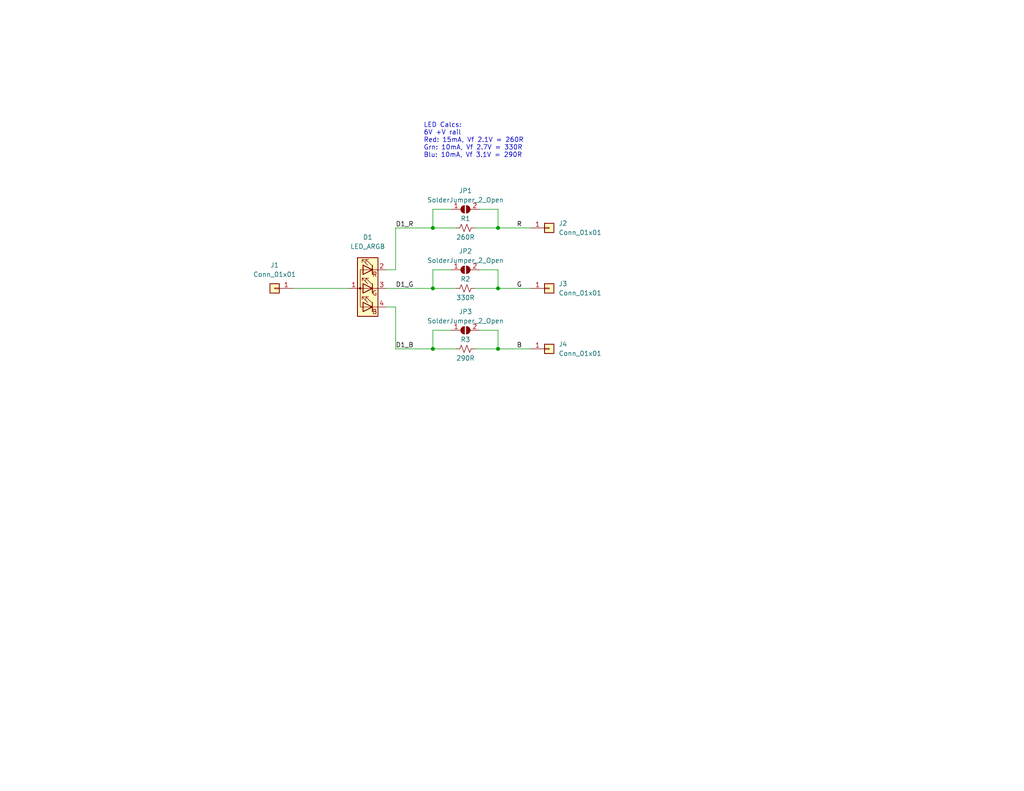
<source format=kicad_sch>
(kicad_sch (version 20230121) (generator eeschema)
  (paper "USLetter")
  (title_block (title "Cree CLMWB Demo") (date "2023-01-24") (rev "1"))
  (lib_symbols
    (symbol "Connector_Generic:Conn_01x01" (pin_names (offset 1.016) hide)
      (property "Reference" "J" (at 0 2.54 0))
      (property "Value" "Conn_01x01" (at 0 -2.54 0))
      (symbol "Conn_01x01_1_1"
        (rectangle (start -1.27 0.127) (end 0 -0.127) (stroke (width 0.1524)))
        (rectangle (start -1.27 1.27) (end 1.27 -1.27) (stroke (width 0.254)) (fill (type background)))
        (pin passive line (at -5.08 0 0) (length 3.81) (name "Pin_1") (number "1"))
      )
    )
    (symbol "Device:LED_ARGB" (pin_names (offset 0) hide)
      (property "Reference" "D" (at 0 9.398 0))
      (property "Value" "LED_ARGB" (at 0 -8.89 0))
      (symbol "LED_ARGB_0_0"
        (text "B" (at -1.905 -6.35 0) (effects (font (size 1.27 1.27))))
        (text "G" (at -1.905 -1.27 0) (effects (font (size 1.27 1.27))))
        (text "R" (at -1.905 3.81 0) (effects (font (size 1.27 1.27))))
      )
      (symbol "LED_ARGB_0_1"
        (polyline (pts (xy -1.27 -5.08) (xy -2.54 -5.08)))
        (polyline (pts (xy -1.27 -5.08) (xy 1.27 -5.08)))
        (polyline (pts (xy -1.27 -3.81) (xy -1.27 -6.35)) (stroke (width 0.254)))
        (polyline (pts (xy -1.27 0) (xy -2.54 0)))
        (polyline (pts (xy -1.27 1.27) (xy -1.27 -1.27)) (stroke (width 0.254)))
        (polyline (pts (xy -1.27 5.08) (xy -2.54 5.08)))
        (polyline (pts (xy -1.27 5.08) (xy 1.27 5.08)))
        (polyline (pts (xy -1.27 6.35) (xy -1.27 3.81)) (stroke (width 0.254)))
        (polyline (pts (xy 1.27 0) (xy -1.27 0)))
        (polyline (pts (xy 1.27 0) (xy 2.54 0)))
        (polyline (pts (xy -1.27 1.27) (xy -1.27 -1.27) (xy -1.27 -1.27)))
        (polyline (pts (xy -1.27 6.35) (xy -1.27 3.81) (xy -1.27 3.81)))
        (polyline (pts (xy 1.27 -5.08) (xy 2.032 -5.08) (xy 2.032 5.08) (xy 1.27 5.08)))
        (polyline (pts (xy 1.27 -3.81) (xy 1.27 -6.35) (xy -1.27 -5.08) (xy 1.27 -3.81)) (stroke (width 0.254)))
        (polyline (pts (xy 1.27 1.27) (xy 1.27 -1.27) (xy -1.27 0) (xy 1.27 1.27)) (stroke (width 0.254)))
        (polyline (pts (xy 1.27 6.35) (xy 1.27 3.81) (xy -1.27 5.08) (xy 1.27 6.35)) (stroke (width 0.254)))
        (polyline (pts (xy -1.016 -3.81) (xy 0.508 -2.286) (xy -0.254 -2.286) (xy 0.508 -2.286) (xy 0.508 -3.048)))
        (polyline (pts (xy -1.016 1.27) (xy 0.508 2.794) (xy -0.254 2.794) (xy 0.508 2.794) (xy 0.508 2.032)))
        (polyline (pts (xy -1.016 6.35) (xy 0.508 7.874) (xy -0.254 7.874) (xy 0.508 7.874) (xy 0.508 7.112)))
        (polyline (pts (xy 0 -3.81) (xy 1.524 -2.286) (xy 0.762 -2.286) (xy 1.524 -2.286) (xy 1.524 -3.048)))
        (polyline (pts (xy 0 1.27) (xy 1.524 2.794) (xy 0.762 2.794) (xy 1.524 2.794) (xy 1.524 2.032)))
        (polyline (pts (xy 0 6.35) (xy 1.524 7.874) (xy 0.762 7.874) (xy 1.524 7.874) (xy 1.524 7.112)))
        (rectangle (start 1.27 -1.27) (end 1.27 1.27))
        (rectangle (start 1.27 1.27) (end 1.27 1.27))
        (rectangle (start 1.27 3.81) (end 1.27 6.35))
        (rectangle (start 1.27 6.35) (end 1.27 6.35))
        (circle (center 2.032 0) (radius 0.254) (fill (type outline)))
        (rectangle (start 2.794 8.382) (end -2.794 -7.62) (stroke (width 0.254)) (fill (type background)))
      )
      (symbol "LED_ARGB_1_1"
        (pin passive line (at 5.08 0 180) (length 2.54) (name "A") (number "1"))
        (pin passive line (at -5.08 5.08 0) (length 2.54) (name "RK") (number "2"))
        (pin passive line (at -5.08 0 0) (length 2.54) (name "GK") (number "3"))
        (pin passive line (at -5.08 -5.08 0) (length 2.54) (name "BK") (number "4"))
      )
    )
    (symbol "Device:R_Small_US" (pin_numbers hide) (pin_names (offset 0.254) hide)
      (property "Reference" "R" (at 0.762 0.508 0))
      (property "Value" "R_Small_US" (at 0.762 -1.016 0))
      (symbol "R_Small_US_1_1"
        (polyline (pts (xy 0 0) (xy 1.016 -0.381) (xy 0 -0.762) (xy -1.016 -1.143) (xy 0 -1.524)))
        (polyline (pts (xy 0 1.524) (xy 1.016 1.143) (xy 0 0.762) (xy -1.016 0.381) (xy 0 0)))
        (pin passive line (at 0 2.54 270) (length 1.016) (name "~") (number "1"))
        (pin passive line (at 0 -2.54 90) (length 1.016) (name "~") (number "2"))
      )
    )
    (symbol "Jumper:SolderJumper_2_Open" (pin_names (offset 0) hide)
      (property "Reference" "JP" (at 0 2.032 0))
      (property "Value" "SolderJumper_2_Open" (at 0 -2.54 0))
      (symbol "SolderJumper_2_Open_0_1"
        (arc (start -0.254 1.016) (mid -1.2656 0) (end -0.254 -1.016))
        (arc (start -0.254 1.016) (mid -1.2656 0) (end -0.254 -1.016) (fill (type outline)))
        (polyline (pts (xy -0.254 1.016) (xy -0.254 -1.016)))
        (polyline (pts (xy 0.254 1.016) (xy 0.254 -1.016)))
        (arc (start 0.254 -1.016) (mid 1.2656 0) (end 0.254 1.016))
        (arc (start 0.254 -1.016) (mid 1.2656 0) (end 0.254 1.016) (fill (type outline)))
      )
      (symbol "SolderJumper_2_Open_1_1"
        (pin passive line (at -3.81 0 0) (length 2.54) (name "A") (number "1"))
        (pin passive line (at 3.81 0 180) (length 2.54) (name "B") (number "2"))
      )
    )
  )
  (junction (at 135.89 95.25))
  (junction (at 118.11 95.25))
  (junction (at 135.89 62.23))
  (junction (at 118.11 62.23))
  (junction (at 118.11 78.74))
  (junction (at 135.89 78.74))
  (wire (pts (xy 118.11 78.74) (xy 124.46 78.74)))
  (wire (pts (xy 80.01 78.74) (xy 95.25 78.74)))
  (wire (pts (xy 135.89 78.74) (xy 144.78 78.74)))
  (wire (pts (xy 135.89 62.23) (xy 144.78 62.23)))
  (wire (pts (xy 118.11 90.17) (xy 118.11 95.25)))
  (wire (pts (xy 107.95 83.82) (xy 107.95 95.25)))
  (wire (pts (xy 129.54 95.25) (xy 135.89 95.25)))
  (wire (pts (xy 129.54 78.74) (xy 135.89 78.74)))
  (wire (pts (xy 129.54 62.23) (xy 135.89 62.23)))
  (wire (pts (xy 107.95 73.66) (xy 107.95 62.23)))
  (wire (pts (xy 130.81 73.66) (xy 135.89 73.66)))
  (wire (pts (xy 123.19 90.17) (xy 118.11 90.17)))
  (wire (pts (xy 135.89 57.15) (xy 135.89 62.23)))
  (wire (pts (xy 105.41 73.66) (xy 107.95 73.66)))
  (wire (pts (xy 123.19 57.15) (xy 118.11 57.15)))
  (wire (pts (xy 118.11 95.25) (xy 124.46 95.25)))
  (wire (pts (xy 107.95 62.23) (xy 118.11 62.23)))
  (wire (pts (xy 135.89 73.66) (xy 135.89 78.74)))
  (wire (pts (xy 105.41 83.82) (xy 107.95 83.82)))
  (wire (pts (xy 107.95 95.25) (xy 118.11 95.25)))
  (wire (pts (xy 130.81 90.17) (xy 135.89 90.17)))
  (wire (pts (xy 130.81 57.15) (xy 135.89 57.15)))
  (wire (pts (xy 118.11 73.66) (xy 118.11 78.74)))
  (wire (pts (xy 118.11 62.23) (xy 124.46 62.23)))
  (wire (pts (xy 135.89 90.17) (xy 135.89 95.25)))
  (wire (pts (xy 118.11 57.15) (xy 118.11 62.23)))
  (wire (pts (xy 105.41 78.74) (xy 118.11 78.74)))
  (wire (pts (xy 123.19 73.66) (xy 118.11 73.66)))
  (wire (pts (xy 135.89 95.25) (xy 144.78 95.25)))
  (text "LED Calcs:\n6V +V rail\nRed: 15mA, Vf 2.1V = 260R\nGrn: 10mA, Vf 2.7V = 330R\nBlu: 10mA, Vf 3.1V = 290R" (at 115.57 43.18 0) (effects (font (size 1.27 1.27)) (justify left bottom)))
  (label "D1_G" (at 107.95 78.74 0))
  (label "R" (at 140.97 62.23 0))
  (label "G" (at 140.97 78.74 0))
  (label "D1_R" (at 107.95 62.23 0))
  (label "D1_B" (at 107.95 95.25 0))
  (label "B" (at 140.97 95.25 0))
  (symbol (lib_id "Connector_Generic:Conn_01x01") (at 149.86 95.25 0) (unit 1)
    (property "Reference" "J4" (at 152.4 93.9799 0) (effects (justify left)))
    (property "Value" "Conn_01x01" (at 152.4 96.5199 0) (effects (justify left)))
    (property "Footprint" "Connector_Wire:SolderWirePad_1x01_SMD_1x2mm" (effects hide))
  )
  (symbol (lib_id "Jumper:SolderJumper_2_Open") (at 127 90.17 0) (unit 1)
    (property "Reference" "JP3" (at 127 85.09 0))
    (property "Value" "SolderJumper_2_Open" (at 127 87.63 0))
    (property "Footprint" "Jumper:SolderJumper-2_P1.3mm_Open_RoundedPad1.0x1.5mm" (effects hide))
  )
  (symbol (lib_id "Connector_Generic:Conn_01x01") (at 149.86 78.74 0) (unit 1)
    (property "Reference" "J3" (at 152.4 77.4699 0) (effects (justify left)))
    (property "Value" "Conn_01x01" (at 152.4 80.0099 0) (effects (justify left)))
    (property "Footprint" "Connector_Wire:SolderWirePad_1x01_SMD_1x2mm" (effects hide))
  )
  (symbol (lib_id "Connector_Generic:Conn_01x01") (at 149.86 62.23 0) (unit 1)
    (property "Reference" "J2" (at 152.4 60.9599 0) (effects (justify left)))
    (property "Value" "Conn_01x01" (at 152.4 63.4999 0) (effects (justify left)))
    (property "Footprint" "Connector_Wire:SolderWirePad_1x01_SMD_1x2mm" (effects hide))
  )
  (symbol (lib_id "Device:R_Small_US") (at 127 95.25 90) (unit 1)
    (property "Reference" "R3" (at 127 92.71 90))
    (property "Value" "290R" (at 127 97.79 90))
    (property "Footprint" "Resistor_SMD:R_0603_1608Metric_Pad0.98x0.95mm_HandSolder" (effects hide))
  )
  (symbol (lib_id "Jumper:SolderJumper_2_Open") (at 127 73.66 0) (unit 1)
    (property "Reference" "JP2" (at 127 68.58 0))
    (property "Value" "SolderJumper_2_Open" (at 127 71.12 0))
    (property "Footprint" "Jumper:SolderJumper-2_P1.3mm_Open_RoundedPad1.0x1.5mm" (effects hide))
  )
  (symbol (lib_id "Device:R_Small_US") (at 127 78.74 90) (unit 1)
    (property "Reference" "R2" (at 127 76.2 90))
    (property "Value" "330R" (at 127 81.28 90))
    (property "Footprint" "Resistor_SMD:R_0603_1608Metric_Pad0.98x0.95mm_HandSolder" (effects hide))
  )
  (symbol (lib_id "Device:R_Small_US") (at 127 62.23 90) (unit 1)
    (property "Reference" "R1" (at 127 59.69 90))
    (property "Value" "260R" (at 127 64.77 90))
    (property "Footprint" "Resistor_SMD:R_0603_1608Metric_Pad0.98x0.95mm_HandSolder" (effects hide))
  )
  (symbol (lib_id "Connector_Generic:Conn_01x01") (at 74.93 78.74 180) (unit 1)
    (property "Reference" "J1" (at 74.93 72.39 0))
    (property "Value" "Conn_01x01" (at 74.93 74.93 0))
    (property "Footprint" "Connector_Wire:SolderWirePad_1x01_SMD_1x2mm" (effects hide))
  )
  (symbol (lib_id "Jumper:SolderJumper_2_Open") (at 127 57.15 0) (unit 1)
    (property "Reference" "JP1" (at 127 52.07 0))
    (property "Value" "SolderJumper_2_Open" (at 127 54.61 0))
    (property "Footprint" "Jumper:SolderJumper-2_P1.3mm_Open_RoundedPad1.0x1.5mm" (effects hide))
  )
  (symbol (lib_id "Device:LED_ARGB") (at 100.33 78.74 0) (mirror y) (unit 1)
    (property "Reference" "D1" (at 100.33 64.77 0))
    (property "Value" "LED_ARGB" (at 100.33 67.31 0))
    (property "Footprint" "MyModules:CLMWB-FKC" (effects hide))
  )
)
</source>
